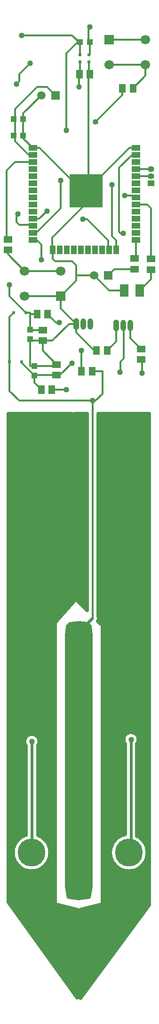
<source format=gbr>
G04 DipTrace 3.0.0.1*
G04 Âåðõíèé.gbr*
%MOMM*%
G04 #@! TF.FileFunction,Copper,L1,Top*
G04 #@! TF.Part,Single*
%AMOUTLINE0*
4,1,4,
-0.5,-0.75,
-0.5,0.75,
0.5,0.75,
0.5,-0.75,
-0.5,-0.75,
0*%
%AMOUTLINE1*
4,1,8,
-0.5,-0.75,
-0.25,-1.0,
0.25,-1.0,
0.5,-0.75,
0.5,0.75,
0.25,1.0,
-0.25,1.0,
-0.5,0.75,
-0.5,-0.75,
0*%
G04 #@! TA.AperFunction,Conductor*
%ADD13C,0.3*%
%ADD14C,0.5*%
G04 #@! TA.AperFunction,CopperBalancing*
%ADD15C,0.635*%
%ADD17R,1.1X1.0*%
%ADD18R,1.5X1.3*%
%ADD19R,1.3X1.5*%
%ADD20R,1.0X1.1*%
%ADD21R,1.5X2.2*%
%ADD23R,0.6X0.6*%
%ADD25R,1.5X1.0*%
%ADD26R,6.0X6.0*%
G04 #@! TA.AperFunction,ComponentPad*
%ADD27O,1.0X2.0*%
%ADD28R,1.524X1.524*%
%ADD29C,1.524*%
%ADD30R,1.15X1.05*%
%ADD31O,1.15X1.05*%
%ADD32R,1.5X1.5*%
%ADD33C,1.5*%
%ADD36R,1.7X1.7*%
%ADD37C,1.7*%
%ADD39C,5.0*%
G04 #@! TA.AperFunction,ViaPad*
%ADD40C,1.0*%
%ADD41C,1.016*%
%ADD93OUTLINE0*%
G04 #@! TA.AperFunction,ComponentPad*
%ADD94OUTLINE1*%
%FSLAX35Y35*%
G04*
G71*
G90*
G75*
G01*
G04 Top*
%LPD*%
X2029000Y17500000D2*
D13*
X1879000Y17650000D1*
X1700000D1*
X1300000Y17250000D1*
Y17075000D1*
Y16736343D1*
Y16675000D1*
X1546000Y16429000D1*
X1625000D1*
X3650000Y18500000D2*
X3000000D1*
X1300000Y17075000D2*
X1280000D1*
X1300000Y16736343D2*
X1261343Y16775000D1*
X1280000D1*
X1625000Y16556000D2*
X1744000D1*
X2514000Y15786000D1*
X2580000D1*
X3475000Y16556000D2*
X3356000D1*
X2586000Y15786000D1*
X2580000D1*
X1980000Y14731000D2*
X1975000D1*
Y14950000D1*
X2580000Y15555000D1*
Y15786000D1*
X2635000Y18225000D2*
X2645000Y18235000D1*
Y18450000D1*
X2650000Y17875000D2*
X2635000Y17890000D1*
Y18095000D1*
X2650000Y17875000D2*
X2625000Y17850000D1*
Y15786000D1*
X2580000D1*
X1625000Y16556000D2*
X1450000Y16731000D1*
Y16775000D1*
Y17075000D1*
Y17175000D1*
X1775000Y17500000D1*
X1475000Y13900000D2*
X2125000D1*
X2400000Y14175000D1*
Y14275000D1*
Y14450000D1*
X2325000Y14525000D1*
X2025000D1*
X1980000Y14570000D1*
Y14731000D1*
X2721000Y14275000D2*
X2400000D1*
X3270000Y14000000D2*
X3000000D1*
X2700000Y14300000D1*
Y14275000D1*
X2721000D1*
X2400000Y13400000D2*
X2125000Y13675000D1*
Y13900000D1*
X2770000Y12925000D2*
X2725000D1*
X2400000Y13250000D1*
Y13400000D1*
X1575000Y13125000D2*
X1600000Y13100000D1*
X1800000D1*
X1575000Y13125000D2*
Y12650000D1*
X1650000D1*
X2050000Y12675000D2*
X1800000Y12925000D1*
Y13100000D1*
X2050000Y12675000D2*
X2025000Y12650000D1*
X1650000D1*
X1800000Y13100000D2*
X1975000D1*
X2275000Y13400000D1*
X2400000D1*
X2645000Y18450000D2*
X2625000Y18470000D1*
Y18675000D1*
X2650000Y18700000D1*
Y18725000D1*
X1475000Y14350000D2*
X1175000Y14650000D1*
Y14725000D1*
X1475000Y14350000D2*
X2125000D1*
X1175000Y14915000D2*
X1150000Y14940000D1*
Y16150000D1*
X1302000Y16302000D1*
X1625000D1*
X3450000Y14575000D2*
X3475000Y14600000D1*
Y14900000D1*
X3470000Y14905000D1*
X3475000D1*
X2975000Y14275000D2*
X3085000Y14385000D1*
X3450000D1*
X2960000Y12925000D2*
X3125000Y13090000D1*
Y13375000D1*
X2996000Y14731000D2*
X2975000Y14752000D1*
Y14900000D1*
X2600000Y15275000D1*
X2525000D1*
X2475000Y18225000D2*
Y18450000D1*
X1425000Y18575000D2*
X2325000D1*
X2450000Y18450000D1*
X2475000D1*
X2425000D1*
X2225000Y18250000D1*
Y16875000D1*
X3570000Y12955000D2*
X3379000Y13146000D1*
Y13375000D1*
X1890000Y13575000D2*
X2040000Y13425000D1*
X2100000D1*
X1625000Y15286000D2*
X1736000D1*
X1875000Y15425000D1*
X3475000Y15667000D2*
X3442000Y15700000D1*
X3275000D1*
X1575000Y18075000D2*
X1375000Y17875000D1*
Y17750000D1*
X1325000Y17700000D1*
X3750000Y14565000D2*
Y15475000D1*
X3685000Y15540000D1*
X3475000D1*
X3550000Y14000000D2*
X3750000Y14200000D1*
Y14375000D1*
X2460000Y17875000D2*
X2475000Y17890000D1*
Y18095000D1*
X2460000Y17875000D2*
X2450000Y17865000D1*
Y17650000D1*
X3123000Y14731000D2*
Y14902000D1*
X3050000Y14975000D1*
Y15900000D1*
X3475000Y16175000D2*
X3750000D1*
X3475000Y16048000D2*
X3477000Y16050000D1*
X3750000D1*
X1495000Y13600000D2*
X1575000D1*
Y13295000D1*
Y13575000D1*
X1700000D1*
X1575000Y13295000D2*
X1580000Y13290000D1*
X1800000D1*
X1625000Y15159000D2*
X1609000Y15175000D1*
X1375000D1*
X1325000Y15225000D1*
Y15325000D1*
X1350000Y15350000D1*
Y15375000D1*
X1495000Y13600000D2*
X1200000Y13895000D1*
Y14100000D1*
X1650000Y12480000D2*
X1425000Y12705000D1*
Y12725000D1*
X1650000Y12480000D2*
X1655000Y12485000D1*
X2050000D1*
X1775000Y12225000D2*
X1650000Y12350000D1*
Y12480000D1*
X1625000Y14905000D2*
X1695000D1*
X1775000Y14825000D1*
Y14550000D1*
X2325000Y12700000D2*
X2110000Y12485000D1*
X2050000D1*
X3475000Y16429000D2*
X3471000Y16425000D1*
X3400000D1*
X3175000Y16200000D1*
Y15050000D1*
X3200000Y15025000D1*
X3250000D1*
X2500000Y12550000D2*
Y12925000D1*
X1275000Y13600000D2*
X1200000Y13525000D1*
Y12725000D1*
X1205000D1*
X1200000Y12720000D1*
Y12200000D1*
X1375000Y12025000D1*
X2700000D1*
X2750000D1*
X2875000Y12150000D1*
Y12550000D1*
X2690000D1*
X2700000Y12025000D2*
Y8125000D1*
D14*
X2580000Y8005000D1*
Y7985000D1*
X1625000Y15032000D2*
D13*
X1682000D1*
X2125000Y15475000D1*
Y15975000D1*
X2750000Y17025000D2*
X3235000Y17510000D1*
Y17625000D1*
X3650000Y18050000D2*
X3000000D1*
X3425000Y17625000D2*
X3650000Y17850000D1*
Y18050000D1*
X1965000Y12225000D2*
X2225000D1*
X3570000Y12765000D2*
X3585000Y12750000D1*
Y12515000D1*
X3355000Y4085000D2*
D14*
X3390000Y4120000D1*
Y5950000D1*
X3252000Y13375000D2*
D13*
X3255000Y13372000D1*
Y12780000D1*
X3200000Y12725000D1*
Y12540000D1*
X3195000D1*
X1620000Y4035000D2*
D14*
X1605000Y4050000D1*
Y5915000D1*
D40*
X2450000Y17650000D3*
D41*
X3050000Y15900000D3*
X1425000Y18575000D3*
X2125000Y15975000D3*
X2750000Y17025000D3*
X1350000Y15375000D3*
X1775000Y14550000D3*
X2225000Y16875000D3*
X1875000Y15425000D3*
X2225000Y12225000D3*
X2525000Y15275000D3*
X2100000Y13425000D3*
X2700000Y12025000D3*
X3250000Y15025000D3*
X2500000Y12925000D3*
X2650000Y18725000D3*
X3275000Y15700000D3*
X1575000Y18075000D3*
X1325000Y17700000D3*
X2325000Y12700000D3*
X1200000Y14100000D3*
X3585000Y12515000D3*
X3195000Y12540000D3*
X1605000Y5915000D3*
X3390000Y5950000D3*
X2580000Y7985000D3*
X2850000Y8275000D3*
Y8575000D3*
Y8425000D3*
Y8125000D3*
Y8875000D3*
Y8725000D3*
Y9175000D3*
Y9475000D3*
Y9325000D3*
Y9025000D3*
Y9775000D3*
Y9625000D3*
Y10075000D3*
Y10375000D3*
Y10225000D3*
Y9925000D3*
Y10675000D3*
Y10525000D3*
Y10975000D3*
Y11275000D3*
Y11125000D3*
Y10825000D3*
Y11575000D3*
Y11425000D3*
Y11725000D3*
X2550000Y8575000D3*
Y8875000D3*
Y8725000D3*
Y8425000D3*
Y9175000D3*
Y9025000D3*
Y9475000D3*
Y9775000D3*
Y9625000D3*
Y9325000D3*
Y10075000D3*
Y9925000D3*
Y10375000D3*
Y10675000D3*
Y10525000D3*
Y10225000D3*
Y10975000D3*
Y10825000D3*
Y11275000D3*
Y11575000D3*
Y11425000D3*
Y11125000D3*
Y11725000D3*
X2260567Y7980083D2*
D15*
X2639430D1*
X2251543Y7916917D2*
X2648453D1*
X2242520Y7853750D2*
X2657477D1*
X2238147Y7790583D2*
X2661943D1*
X2238147Y7727417D2*
X2661943D1*
X2238147Y7664250D2*
X2661943D1*
X2238147Y7601083D2*
X2661943D1*
X2238147Y7537917D2*
X2661943D1*
X2238147Y7474750D2*
X2661943D1*
X2238147Y7411583D2*
X2661943D1*
X2238147Y7348417D2*
X2661943D1*
X2238147Y7285250D2*
X2661943D1*
X2238147Y7222083D2*
X2661943D1*
X2238147Y7158917D2*
X2661943D1*
X2238147Y7095750D2*
X2661943D1*
X2238147Y7032583D2*
X2661943D1*
X2238147Y6969417D2*
X2661943D1*
X2238147Y6906250D2*
X2661943D1*
X2238147Y6843083D2*
X2661943D1*
X2238147Y6779917D2*
X2661943D1*
X2238147Y6716750D2*
X2661943D1*
X2238147Y6653583D2*
X2661943D1*
X2238147Y6590417D2*
X2661943D1*
X2238147Y6527250D2*
X2661943D1*
X2238147Y6464083D2*
X2661943D1*
X2238147Y6400917D2*
X2661943D1*
X2238147Y6337750D2*
X2661943D1*
X2238147Y6274583D2*
X2661943D1*
X2238147Y6211417D2*
X2661943D1*
X2238147Y6148250D2*
X2661943D1*
X2238147Y6085083D2*
X2661943D1*
X2238147Y6021917D2*
X2661943D1*
X2238147Y5958750D2*
X2661943D1*
X2238147Y5895583D2*
X2661943D1*
X2238147Y5832417D2*
X2661943D1*
X2238147Y5769250D2*
X2661943D1*
X2238147Y5706083D2*
X2661943D1*
X2238147Y5642917D2*
X2661943D1*
X2238147Y5579750D2*
X2661943D1*
X2238147Y5516583D2*
X2661943D1*
X2238147Y5453417D2*
X2661943D1*
X2238147Y5390250D2*
X2661943D1*
X2238147Y5327083D2*
X2661943D1*
X2238147Y5263917D2*
X2661943D1*
X2238147Y5200750D2*
X2661943D1*
X2238147Y5137583D2*
X2661943D1*
X2238147Y5074417D2*
X2661943D1*
X2238147Y5011250D2*
X2661943D1*
X2238147Y4948083D2*
X2661943D1*
X2238147Y4884917D2*
X2661943D1*
X2238147Y4821750D2*
X2661943D1*
X2238147Y4758583D2*
X2661943D1*
X2238147Y4695417D2*
X2661943D1*
X2238147Y4632250D2*
X2661943D1*
X2238147Y4569083D2*
X2661943D1*
X2238147Y4505917D2*
X2661943D1*
X2238147Y4442750D2*
X2661943D1*
X2238147Y4379583D2*
X2661943D1*
X2238147Y4316417D2*
X2661943D1*
X2238147Y4253250D2*
X2661943D1*
X2238147Y4190083D2*
X2661943D1*
X2238147Y4126917D2*
X2661943D1*
X2238147Y4063750D2*
X2661943D1*
X2238147Y4000583D2*
X2661943D1*
X2238147Y3937417D2*
X2661943D1*
X2238147Y3874250D2*
X2661943D1*
X2238147Y3811083D2*
X2661943D1*
X2238147Y3747917D2*
X2661943D1*
X2238147Y3684750D2*
X2661943D1*
X2238147Y3621583D2*
X2661943D1*
X2238147Y3558417D2*
X2661943D1*
X2238147Y3495250D2*
X2661943D1*
X2238147Y3432083D2*
X2661943D1*
X2238147Y3368917D2*
X2661943D1*
X2241153Y3305750D2*
X2658843D1*
X2250177Y3242583D2*
X2649820D1*
X2259200Y3179417D2*
X2640797D1*
X2382337Y3116250D2*
X2517660D1*
X2254923Y7984953D2*
X2231750Y7822747D1*
Y3327267D1*
X2255697Y3159637D1*
X2270803Y3129390D1*
X2449957Y3107003D1*
X2629207Y3129397D1*
X2644293Y3159587D1*
X2668250Y3327253D1*
Y7822733D1*
X2645063Y7985060D1*
X2610077Y8020023D1*
X2450033Y8042923D1*
X2289940Y8020063D1*
X2254930Y7985030D1*
X1188147Y11730083D2*
X2313310D1*
X1188147Y11666917D2*
X2314220D1*
X1188147Y11603750D2*
X2315133D1*
X1188147Y11540583D2*
X2316043D1*
X1188147Y11477417D2*
X2317047D1*
X1188147Y11414250D2*
X2317960D1*
X1188147Y11351083D2*
X2318870D1*
X1188147Y11287917D2*
X2319780D1*
X1188147Y11224750D2*
X2320693D1*
X1188147Y11161583D2*
X2321697D1*
X1188147Y11098417D2*
X2322607D1*
X1188147Y11035250D2*
X2323520D1*
X1188147Y10972083D2*
X2324430D1*
X1188147Y10908917D2*
X2325340D1*
X1188147Y10845750D2*
X2326253D1*
X1188147Y10782583D2*
X2327257D1*
X1188147Y10719417D2*
X2328167D1*
X1188147Y10656250D2*
X2329080D1*
X1188147Y10593083D2*
X2329990D1*
X1188147Y10529917D2*
X2330900D1*
X1188147Y10466750D2*
X2331903D1*
X1188147Y10403583D2*
X2332817D1*
X1188147Y10340417D2*
X2333727D1*
X1188147Y10277250D2*
X2334637D1*
X1188147Y10214083D2*
X2335550D1*
X1188147Y10150917D2*
X2336553D1*
X1188147Y10087750D2*
X2337463D1*
X1188147Y10024583D2*
X2338377D1*
X1188147Y9961417D2*
X2339287D1*
X1188147Y9898250D2*
X2340197D1*
X1188147Y9835083D2*
X2341200D1*
X1188147Y9771917D2*
X2342113D1*
X1188147Y9708750D2*
X2343023D1*
X1188147Y9645583D2*
X2343937D1*
X1188147Y9582417D2*
X2344847D1*
X1188147Y9519250D2*
X2345850D1*
X1188147Y9456083D2*
X2346760D1*
X1188147Y9392917D2*
X2347673D1*
X1188147Y9329750D2*
X2348583D1*
X1188147Y9266583D2*
X2349497D1*
X1188147Y9203417D2*
X2350407D1*
X1188147Y9140250D2*
X2351410D1*
X1188147Y9077083D2*
X2352320D1*
X1188147Y9013917D2*
X2353233D1*
X1188147Y8950750D2*
X2354143D1*
X1188147Y8887583D2*
X2355053D1*
X1188147Y8824417D2*
X2356057D1*
X1188147Y8761250D2*
X2356970D1*
X1188147Y8698083D2*
X2357880D1*
X1188147Y8634917D2*
X2358793D1*
X1188147Y8571750D2*
X2359703D1*
X1188147Y8508583D2*
X2360707D1*
X1188147Y8445417D2*
X2361617D1*
X1188147Y8382250D2*
X2314040D1*
X1188147Y8319083D2*
X2258803D1*
X1188147Y8255917D2*
X2203480D1*
X1188147Y8192750D2*
X2148247D1*
X1188147Y8129583D2*
X2093010D1*
X1188147Y8066417D2*
X2037687D1*
X1188147Y8003250D2*
X2011890D1*
X1188147Y7940083D2*
X2011890D1*
X1188147Y7876917D2*
X2011890D1*
X1188147Y7813750D2*
X2011890D1*
X1188147Y7750583D2*
X2011890D1*
X1188147Y7687417D2*
X2011890D1*
X1188147Y7624250D2*
X2011890D1*
X1188147Y7561083D2*
X2011890D1*
X1188147Y7497917D2*
X2011890D1*
X1188147Y7434750D2*
X2011890D1*
X1188147Y7371583D2*
X2011890D1*
X1188147Y7308417D2*
X2011890D1*
X1188147Y7245250D2*
X2011890D1*
X1188147Y7182083D2*
X2011890D1*
X1188147Y7118917D2*
X2011890D1*
X1188147Y7055750D2*
X2011890D1*
X1188147Y6992583D2*
X2011890D1*
X1188147Y6929417D2*
X2011890D1*
X1188147Y6866250D2*
X2011890D1*
X1188147Y6803083D2*
X2011890D1*
X1188147Y6739917D2*
X2011890D1*
X1188147Y6676750D2*
X2011890D1*
X1188147Y6613583D2*
X2011890D1*
X1188147Y6550417D2*
X2011890D1*
X1188147Y6487250D2*
X2011890D1*
X1188147Y6424083D2*
X2011890D1*
X1188147Y6360917D2*
X2011890D1*
X1188147Y6297750D2*
X2011890D1*
X1188147Y6234583D2*
X2011890D1*
X1188147Y6171417D2*
X2011890D1*
X1188147Y6108250D2*
X2011890D1*
X1188147Y6045083D2*
X1562177D1*
X1647793D2*
X2011890D1*
X1188147Y5981917D2*
X1481330D1*
X1728730D2*
X2011890D1*
X1188147Y5918750D2*
X1463650D1*
X1746413D2*
X2011890D1*
X1188147Y5855583D2*
X1477320D1*
X1732650D2*
X2011890D1*
X1188147Y5792417D2*
X1489353D1*
X1720620D2*
X2011890D1*
X1188147Y5729250D2*
X1489353D1*
X1720620D2*
X2011890D1*
X1188147Y5666083D2*
X1489353D1*
X1720620D2*
X2011890D1*
X1188147Y5602917D2*
X1489353D1*
X1720620D2*
X2011890D1*
X1188147Y5539750D2*
X1489353D1*
X1720620D2*
X2011890D1*
X1188147Y5476583D2*
X1489353D1*
X1720620D2*
X2011890D1*
X1188147Y5413417D2*
X1489353D1*
X1720620D2*
X2011890D1*
X1188147Y5350250D2*
X1489353D1*
X1720620D2*
X2011890D1*
X1188147Y5287083D2*
X1489353D1*
X1720620D2*
X2011890D1*
X1188147Y5223917D2*
X1489353D1*
X1720620D2*
X2011890D1*
X1188147Y5160750D2*
X1489353D1*
X1720620D2*
X2011890D1*
X1188147Y5097583D2*
X1489353D1*
X1720620D2*
X2011890D1*
X1188147Y5034417D2*
X1489353D1*
X1720620D2*
X2011890D1*
X1188147Y4971250D2*
X1489353D1*
X1720620D2*
X2011890D1*
X1188147Y4908083D2*
X1489353D1*
X1720620D2*
X2011890D1*
X1188147Y4844917D2*
X1489353D1*
X1720620D2*
X2011890D1*
X1188147Y4781750D2*
X1489353D1*
X1720620D2*
X2011890D1*
X1188147Y4718583D2*
X1489353D1*
X1720620D2*
X2011890D1*
X1188147Y4655417D2*
X1489353D1*
X1720620D2*
X2011890D1*
X1188147Y4592250D2*
X1489353D1*
X1720620D2*
X2011890D1*
X1188147Y4529083D2*
X1489353D1*
X1720620D2*
X2011890D1*
X1188147Y4465917D2*
X1489353D1*
X1720620D2*
X2011890D1*
X1188147Y4402750D2*
X1489353D1*
X1720620D2*
X2011890D1*
X1188147Y4339583D2*
X1489353D1*
X1720620D2*
X2011890D1*
X1188147Y4276417D2*
X1489353D1*
X1720620D2*
X2011890D1*
X1188147Y4213250D2*
X1424363D1*
X1775670D2*
X2011890D1*
X1188147Y4150083D2*
X1346527D1*
X1853510D2*
X2011890D1*
X1188147Y4086917D2*
X1301227D1*
X1898810D2*
X2011890D1*
X1188147Y4023750D2*
X1274247D1*
X1925697D2*
X2011890D1*
X1188147Y3960583D2*
X1261213D1*
X1938730D2*
X2011890D1*
X1188147Y3897417D2*
X1260483D1*
X1939460D2*
X2011890D1*
X1188147Y3834250D2*
X1271877D1*
X1928067D2*
X2011890D1*
X1188147Y3771083D2*
X1296943D1*
X1903093D2*
X2011890D1*
X1188147Y3707917D2*
X1339417D1*
X1860530D2*
X2011890D1*
X1188147Y3644750D2*
X1411423D1*
X1788613D2*
X2011890D1*
X1188147Y3581583D2*
X2011890D1*
X1188147Y3518417D2*
X2011890D1*
X1188147Y3455250D2*
X2011890D1*
X1188147Y3392083D2*
X2011890D1*
X1188147Y3328917D2*
X2011890D1*
X1188147Y3265750D2*
X2011890D1*
X1188147Y3202583D2*
X2011890D1*
X1188147Y3139417D2*
X2011890D1*
X1188147Y3076250D2*
X2011890D1*
X1204097Y3013083D2*
X2014260D1*
X1249760Y2949917D2*
X2213050D1*
X1295333Y2886750D2*
X2411930D1*
X1340997Y2823583D2*
X2411930D1*
X1386570Y2760417D2*
X2411930D1*
X1432233Y2697250D2*
X2411930D1*
X1477807Y2634083D2*
X2411930D1*
X1523470Y2570917D2*
X2411930D1*
X1569043Y2507750D2*
X2411930D1*
X1614707Y2444583D2*
X2411930D1*
X1660280Y2381417D2*
X2411930D1*
X1705947Y2318250D2*
X2411930D1*
X1751610Y2255083D2*
X2411930D1*
X1797183Y2191917D2*
X2411930D1*
X1842847Y2128750D2*
X2411930D1*
X1888420Y2065583D2*
X2411930D1*
X1934083Y2002417D2*
X2411930D1*
X1979657Y1939250D2*
X2411930D1*
X2025320Y1876083D2*
X2411930D1*
X2070893Y1812917D2*
X2411930D1*
X2116557Y1749750D2*
X2411930D1*
X2162130Y1686583D2*
X2411930D1*
X2207793Y1623417D2*
X2411930D1*
X2253367Y1560250D2*
X2411930D1*
X2299030Y1497083D2*
X2411930D1*
X2344603Y1433917D2*
X2411930D1*
X2390267Y1370750D2*
X2411863D1*
X1739673Y5904400D2*
X1736357Y5883463D1*
X1729807Y5863303D1*
X1720183Y5844417D1*
X1714263Y5835563D1*
X1714290Y4239100D1*
X1746243Y4225603D1*
X1766853Y4214673D1*
X1786647Y4202330D1*
X1805537Y4188637D1*
X1823423Y4173660D1*
X1840220Y4157473D1*
X1855850Y4140153D1*
X1870230Y4121787D1*
X1883297Y4102460D1*
X1894983Y4082270D1*
X1905233Y4061313D1*
X1914000Y4039693D1*
X1921233Y4017517D1*
X1926903Y3994887D1*
X1930980Y3971917D1*
X1933447Y3948720D1*
X1934290Y3925000D1*
X1933477Y3901687D1*
X1931037Y3878483D1*
X1926987Y3855510D1*
X1921347Y3832873D1*
X1914137Y3810687D1*
X1905400Y3789057D1*
X1895177Y3768087D1*
X1883513Y3747883D1*
X1870470Y3728543D1*
X1856110Y3710157D1*
X1840503Y3692820D1*
X1823723Y3676610D1*
X1805857Y3661613D1*
X1786983Y3647897D1*
X1767203Y3635530D1*
X1746607Y3624573D1*
X1725300Y3615080D1*
X1703380Y3607097D1*
X1680957Y3600660D1*
X1658137Y3595803D1*
X1635037Y3592550D1*
X1611767Y3590917D1*
X1588437Y3590910D1*
X1565163Y3592530D1*
X1542063Y3595770D1*
X1519243Y3600610D1*
X1496813Y3607033D1*
X1474890Y3615003D1*
X1453573Y3624483D1*
X1432973Y3635430D1*
X1413183Y3647783D1*
X1394303Y3661487D1*
X1376427Y3676473D1*
X1359640Y3692673D1*
X1344020Y3710000D1*
X1329650Y3728377D1*
X1316593Y3747713D1*
X1304920Y3767910D1*
X1294683Y3788870D1*
X1285933Y3810497D1*
X1278710Y3832680D1*
X1273053Y3855313D1*
X1268990Y3878283D1*
X1266537Y3901483D1*
X1265710Y3924797D1*
X1266510Y3948113D1*
X1268933Y3971313D1*
X1272970Y3994290D1*
X1278600Y4016930D1*
X1285793Y4039123D1*
X1294517Y4060757D1*
X1304730Y4081733D1*
X1316380Y4101943D1*
X1329410Y4121293D1*
X1343760Y4139687D1*
X1359357Y4157037D1*
X1376127Y4173253D1*
X1393983Y4188263D1*
X1412847Y4201990D1*
X1432620Y4214367D1*
X1453210Y4225337D1*
X1474513Y4234843D1*
X1495657Y4242560D1*
X1495710Y5835597D1*
X1484633Y5853670D1*
X1476523Y5873253D1*
X1471573Y5893867D1*
X1469910Y5915000D1*
X1471573Y5936133D1*
X1476523Y5956747D1*
X1484633Y5976330D1*
X1495710Y5994403D1*
X1509477Y6010523D1*
X1525597Y6024290D1*
X1543670Y6035367D1*
X1563253Y6043477D1*
X1583867Y6048427D1*
X1605000Y6050090D1*
X1626133Y6048427D1*
X1646747Y6043477D1*
X1666330Y6035367D1*
X1684403Y6024290D1*
X1700523Y6010523D1*
X1714290Y5994403D1*
X1725367Y5976330D1*
X1733477Y5956747D1*
X1738427Y5936133D1*
X1740090Y5915000D1*
X1739673Y5904400D1*
X2026167Y8045977D2*
X2368110Y8436770D1*
X2318713Y11793193D1*
X1181783Y11793250D1*
X1181750Y3035350D1*
X2418237Y1323207D1*
X2418250Y2900170D1*
X2037850Y2995667D1*
X2031337Y2999313D1*
X2025857Y3004380D1*
X2021710Y3010587D1*
X2019127Y3017587D1*
X2018250Y3025000D1*
X2018640Y8029967D1*
X2020667Y8037150D1*
X2024313Y8043663D1*
X2025863Y8045627D1*
X2389513Y11730083D2*
X2594377D1*
X2805683D2*
X3711917D1*
X2390423Y11666917D2*
X2594377D1*
X2805683D2*
X3711917D1*
X2391337Y11603750D2*
X2594377D1*
X2805683D2*
X3711917D1*
X2392247Y11540583D2*
X2594377D1*
X2805683D2*
X3711917D1*
X2393250Y11477417D2*
X2594377D1*
X2805683D2*
X3711917D1*
X2394160Y11414250D2*
X2594377D1*
X2805683D2*
X3711917D1*
X2395073Y11351083D2*
X2594377D1*
X2805683D2*
X3711917D1*
X2395983Y11287917D2*
X2594377D1*
X2805683D2*
X3711917D1*
X2396897Y11224750D2*
X2594377D1*
X2805683D2*
X3711917D1*
X2397897Y11161583D2*
X2594377D1*
X2805683D2*
X3711917D1*
X2398810Y11098417D2*
X2594377D1*
X2805683D2*
X3711917D1*
X2399720Y11035250D2*
X2594377D1*
X2805683D2*
X3711917D1*
X2400633Y10972083D2*
X2594377D1*
X2805683D2*
X3711917D1*
X2401543Y10908917D2*
X2594377D1*
X2805683D2*
X3711917D1*
X2402547Y10845750D2*
X2594377D1*
X2805683D2*
X3711917D1*
X2403457Y10782583D2*
X2594377D1*
X2805683D2*
X3711917D1*
X2404370Y10719417D2*
X2594377D1*
X2805683D2*
X3711917D1*
X2405280Y10656250D2*
X2594377D1*
X2805683D2*
X3711917D1*
X2406193Y10593083D2*
X2594377D1*
X2805683D2*
X3711917D1*
X2407103Y10529917D2*
X2594377D1*
X2805683D2*
X3711917D1*
X2408107Y10466750D2*
X2594377D1*
X2805683D2*
X3711917D1*
X2409017Y10403583D2*
X2594377D1*
X2805683D2*
X3711917D1*
X2409930Y10340417D2*
X2594377D1*
X2805683D2*
X3711917D1*
X2410840Y10277250D2*
X2594377D1*
X2805683D2*
X3711917D1*
X2411753Y10214083D2*
X2594377D1*
X2805683D2*
X3711917D1*
X2412753Y10150917D2*
X2594377D1*
X2805683D2*
X3711917D1*
X2413667Y10087750D2*
X2594377D1*
X2805683D2*
X3711917D1*
X2414577Y10024583D2*
X2594377D1*
X2805683D2*
X3711917D1*
X2415490Y9961417D2*
X2594377D1*
X2805683D2*
X3711917D1*
X2416400Y9898250D2*
X2594377D1*
X2805683D2*
X3711917D1*
X2417403Y9835083D2*
X2594377D1*
X2805683D2*
X3711917D1*
X2418313Y9771917D2*
X2594377D1*
X2805683D2*
X3711917D1*
X2419227Y9708750D2*
X2594377D1*
X2805683D2*
X3711917D1*
X2420137Y9645583D2*
X2594377D1*
X2805683D2*
X3711917D1*
X2421050Y9582417D2*
X2594377D1*
X2805683D2*
X3711917D1*
X2422053Y9519250D2*
X2594377D1*
X2805683D2*
X3711917D1*
X2422963Y9456083D2*
X2594377D1*
X2805683D2*
X3711917D1*
X2423873Y9392917D2*
X2594377D1*
X2805683D2*
X3711917D1*
X2424787Y9329750D2*
X2594377D1*
X2805683D2*
X3711917D1*
X2425697Y9266583D2*
X2594377D1*
X2805683D2*
X3711917D1*
X2426700Y9203417D2*
X2594377D1*
X2805683D2*
X3711917D1*
X2427613Y9140250D2*
X2594377D1*
X2805683D2*
X3711917D1*
X2428523Y9077083D2*
X2594377D1*
X2805683D2*
X3711917D1*
X2429433Y9013917D2*
X2594377D1*
X2805683D2*
X3711917D1*
X2430347Y8950750D2*
X2594377D1*
X2805683D2*
X3711917D1*
X2431257Y8887583D2*
X2594377D1*
X2805683D2*
X3711917D1*
X2432260Y8824417D2*
X2594377D1*
X2805683D2*
X3711917D1*
X2433170Y8761250D2*
X2594377D1*
X2805683D2*
X3711917D1*
X2434083Y8698083D2*
X2594377D1*
X2805683D2*
X3711917D1*
X2434993Y8634917D2*
X2594377D1*
X2805683D2*
X3711917D1*
X2435907Y8571750D2*
X2594377D1*
X2805683D2*
X3711917D1*
X2436910Y8508583D2*
X2594377D1*
X2805683D2*
X3711917D1*
X2437820Y8445417D2*
X2594377D1*
X2805683D2*
X3711917D1*
X2493967Y8382250D2*
X2594377D1*
X2805683D2*
X3711917D1*
X2557130Y8319083D2*
X2594377D1*
X2805683D2*
X3711917D1*
X2805683Y8255917D2*
X3711917D1*
X2805683Y8192750D2*
X3711917D1*
X2815530Y8129583D2*
X3711917D1*
X2809877Y8066417D2*
X3711917D1*
X2873040Y8003250D2*
X3711917D1*
X2888080Y7940083D2*
X3711917D1*
X2888080Y7876917D2*
X3711917D1*
X2888080Y7813750D2*
X3711917D1*
X2888080Y7750583D2*
X3711917D1*
X2888080Y7687417D2*
X3711917D1*
X2888080Y7624250D2*
X3711917D1*
X2888080Y7561083D2*
X3711917D1*
X2888080Y7497917D2*
X3711917D1*
X2888080Y7434750D2*
X3711917D1*
X2888080Y7371583D2*
X3711917D1*
X2888080Y7308417D2*
X3711917D1*
X2888080Y7245250D2*
X3711917D1*
X2888080Y7182083D2*
X3711917D1*
X2888080Y7118917D2*
X3711917D1*
X2888080Y7055750D2*
X3711917D1*
X2888080Y6992583D2*
X3711917D1*
X2888080Y6929417D2*
X3711917D1*
X2888080Y6866250D2*
X3711917D1*
X2888080Y6803083D2*
X3711917D1*
X2888080Y6739917D2*
X3711917D1*
X2888080Y6676750D2*
X3711917D1*
X2888080Y6613583D2*
X3711917D1*
X2888080Y6550417D2*
X3711917D1*
X2888080Y6487250D2*
X3711917D1*
X2888080Y6424083D2*
X3711917D1*
X2888080Y6360917D2*
X3711917D1*
X2888080Y6297750D2*
X3711917D1*
X2888080Y6234583D2*
X3711917D1*
X2888080Y6171417D2*
X3711917D1*
X2888080Y6108250D2*
X3711917D1*
X2888080Y6045083D2*
X3287723D1*
X3492287D2*
X3711917D1*
X2888080Y5981917D2*
X3252360D1*
X3527650D2*
X3711917D1*
X2888080Y5918750D2*
X3252270D1*
X3527743D2*
X3711917D1*
X2888080Y5855583D2*
X3274327D1*
X3505683D2*
X3711917D1*
X2888080Y5792417D2*
X3274327D1*
X3505683D2*
X3711917D1*
X2888080Y5729250D2*
X3274327D1*
X3505683D2*
X3711917D1*
X2888080Y5666083D2*
X3274327D1*
X3505683D2*
X3711917D1*
X2888080Y5602917D2*
X3274327D1*
X3505683D2*
X3711917D1*
X2888080Y5539750D2*
X3274327D1*
X3505683D2*
X3711917D1*
X2888080Y5476583D2*
X3274327D1*
X3505683D2*
X3711917D1*
X2888080Y5413417D2*
X3274327D1*
X3505683D2*
X3711917D1*
X2888080Y5350250D2*
X3274327D1*
X3505683D2*
X3711917D1*
X2888080Y5287083D2*
X3274327D1*
X3505683D2*
X3711917D1*
X2888080Y5223917D2*
X3274327D1*
X3505683D2*
X3711917D1*
X2888080Y5160750D2*
X3274327D1*
X3505683D2*
X3711917D1*
X2888080Y5097583D2*
X3274327D1*
X3505683D2*
X3711917D1*
X2888080Y5034417D2*
X3274327D1*
X3505683D2*
X3711917D1*
X2888080Y4971250D2*
X3274327D1*
X3505683D2*
X3711917D1*
X2888080Y4908083D2*
X3274327D1*
X3505683D2*
X3711917D1*
X2888080Y4844917D2*
X3274327D1*
X3505683D2*
X3711917D1*
X2888080Y4781750D2*
X3274327D1*
X3505683D2*
X3711917D1*
X2888080Y4718583D2*
X3274327D1*
X3505683D2*
X3711917D1*
X2888080Y4655417D2*
X3274327D1*
X3505683D2*
X3711917D1*
X2888080Y4592250D2*
X3274327D1*
X3505683D2*
X3711917D1*
X2888080Y4529083D2*
X3274327D1*
X3505683D2*
X3711917D1*
X2888080Y4465917D2*
X3274327D1*
X3505683D2*
X3711917D1*
X2888080Y4402750D2*
X3274327D1*
X3505683D2*
X3711917D1*
X2888080Y4339583D2*
X3274327D1*
X3505683D2*
X3711917D1*
X2888080Y4276417D2*
X3274327D1*
X3505683D2*
X3711917D1*
X2888080Y4213250D2*
X3174340D1*
X3525647D2*
X3711917D1*
X2888080Y4150083D2*
X3096500D1*
X3603483D2*
X3711917D1*
X2888080Y4086917D2*
X3051200D1*
X3648783D2*
X3711917D1*
X2888080Y4023750D2*
X3024313D1*
X3675763D2*
X3711917D1*
X2888080Y3960583D2*
X3011280D1*
X3688707D2*
X3711917D1*
X2888080Y3897417D2*
X3010460D1*
X3689527D2*
X3711917D1*
X2888080Y3834250D2*
X3021943D1*
X3678040D2*
X3711917D1*
X2888080Y3771083D2*
X3046917D1*
X3653067D2*
X3711917D1*
X2888080Y3707917D2*
X3089390D1*
X3610593D2*
X3711917D1*
X2888080Y3644750D2*
X3161397D1*
X3538587D2*
X3711917D1*
X2888080Y3581583D2*
X3711917D1*
X2888080Y3518417D2*
X3711917D1*
X2888080Y3455250D2*
X3711917D1*
X2888080Y3392083D2*
X3711917D1*
X2888080Y3328917D2*
X3711917D1*
X2888080Y3265750D2*
X3711917D1*
X2888080Y3202583D2*
X3711917D1*
X2888080Y3139417D2*
X3711917D1*
X2888080Y3076250D2*
X3711917D1*
X2885803Y3013083D2*
X3711917D1*
X2686920Y2949917D2*
X3685483D1*
X2488133Y2886750D2*
X3638543D1*
X2488133Y2823583D2*
X3591603D1*
X2488133Y2760417D2*
X3544663D1*
X2488133Y2697250D2*
X3497723D1*
X2488133Y2634083D2*
X3450877D1*
X2488133Y2570917D2*
X3403937D1*
X2488133Y2507750D2*
X3356997D1*
X2488133Y2444583D2*
X3310053D1*
X2488133Y2381417D2*
X3263113D1*
X2488133Y2318250D2*
X3216267D1*
X2488133Y2255083D2*
X3169327D1*
X2488133Y2191917D2*
X3122387D1*
X2488133Y2128750D2*
X3075447D1*
X2488133Y2065583D2*
X3028507D1*
X2488133Y2002417D2*
X2981567D1*
X2488133Y1939250D2*
X2934717D1*
X2488133Y1876083D2*
X2887777D1*
X2488133Y1812917D2*
X2840837D1*
X2488133Y1749750D2*
X2793897D1*
X2488133Y1686583D2*
X2746957D1*
X2488133Y1623417D2*
X2700107D1*
X2488133Y1560250D2*
X2653167D1*
X2488133Y1497083D2*
X2606227D1*
X2488133Y1433917D2*
X2559287D1*
X2488133Y1370750D2*
X2512357D1*
X3524673Y5939400D2*
X3521357Y5918463D1*
X3514807Y5898303D1*
X3505183Y5879417D1*
X3499263Y5870563D1*
X3499290Y4224153D1*
X3516853Y4214673D1*
X3536647Y4202330D1*
X3555537Y4188637D1*
X3573423Y4173660D1*
X3590220Y4157473D1*
X3605850Y4140153D1*
X3620230Y4121787D1*
X3633297Y4102460D1*
X3644983Y4082270D1*
X3655233Y4061313D1*
X3664000Y4039693D1*
X3671233Y4017517D1*
X3676903Y3994887D1*
X3680980Y3971917D1*
X3683447Y3948720D1*
X3684290Y3925000D1*
X3683477Y3901687D1*
X3681037Y3878483D1*
X3676987Y3855510D1*
X3671347Y3832873D1*
X3664137Y3810687D1*
X3655400Y3789057D1*
X3645177Y3768087D1*
X3633513Y3747883D1*
X3620470Y3728543D1*
X3606110Y3710157D1*
X3590503Y3692820D1*
X3573723Y3676610D1*
X3555857Y3661613D1*
X3536983Y3647897D1*
X3517203Y3635530D1*
X3496607Y3624573D1*
X3475300Y3615080D1*
X3453380Y3607097D1*
X3430957Y3600660D1*
X3408137Y3595803D1*
X3385037Y3592550D1*
X3361767Y3590917D1*
X3338437Y3590910D1*
X3315163Y3592530D1*
X3292063Y3595770D1*
X3269243Y3600610D1*
X3246813Y3607033D1*
X3224890Y3615003D1*
X3203573Y3624483D1*
X3182973Y3635430D1*
X3163183Y3647783D1*
X3144303Y3661487D1*
X3126427Y3676473D1*
X3109640Y3692673D1*
X3094020Y3710000D1*
X3079650Y3728377D1*
X3066593Y3747713D1*
X3054920Y3767910D1*
X3044683Y3788870D1*
X3035933Y3810497D1*
X3028710Y3832680D1*
X3023053Y3855313D1*
X3018990Y3878283D1*
X3016537Y3901483D1*
X3015710Y3924797D1*
X3016510Y3948113D1*
X3018933Y3971313D1*
X3022970Y3994290D1*
X3028600Y4016930D1*
X3035793Y4039123D1*
X3044517Y4060757D1*
X3054730Y4081733D1*
X3066380Y4101943D1*
X3079410Y4121293D1*
X3093760Y4139687D1*
X3109357Y4157037D1*
X3126127Y4173253D1*
X3143983Y4188263D1*
X3162847Y4201990D1*
X3182620Y4214367D1*
X3203210Y4225337D1*
X3224513Y4234843D1*
X3246430Y4242840D1*
X3280700Y4251820D1*
X3280710Y5870597D1*
X3269633Y5888670D1*
X3261523Y5908253D1*
X3256573Y5928867D1*
X3254910Y5950000D1*
X3256573Y5971133D1*
X3261523Y5991747D1*
X3269633Y6011330D1*
X3280710Y6029403D1*
X3294477Y6045523D1*
X3310597Y6059290D1*
X3328670Y6070367D1*
X3348253Y6078477D1*
X3368867Y6083427D1*
X3390000Y6085090D1*
X3411133Y6083427D1*
X3431747Y6078477D1*
X3451330Y6070367D1*
X3469403Y6059290D1*
X3485523Y6045523D1*
X3499290Y6029403D1*
X3510367Y6011330D1*
X3518477Y5991747D1*
X3523427Y5971133D1*
X3525090Y5950000D1*
X3524673Y5939400D1*
X2799290Y11793217D2*
Y8170717D1*
X2803940Y8158773D1*
X2807943Y8142097D1*
X2809290Y8125000D1*
X2807943Y8107903D1*
X2803940Y8091227D1*
X2796347Y8073540D1*
X2875687Y7993663D1*
X2879333Y7987150D1*
X2881360Y7979967D1*
X2881750Y7951667D1*
X2881360Y3020033D1*
X2879333Y3012850D1*
X2875687Y3006337D1*
X2870620Y3000857D1*
X2864413Y2996710D1*
X2859803Y2994800D1*
X2481807Y2900223D1*
X2481750Y1320923D1*
X3718263Y2985523D1*
X3718250Y11793267D1*
X2799257Y11793250D1*
X2600710Y8269100D2*
Y11793163D1*
X2382173Y11793250D1*
X2431557Y8438307D1*
X2600653Y8269247D1*
D17*
X2475000Y18450000D3*
X2645000D3*
X1450000Y17075000D3*
X1280000D3*
X1450000Y16775000D3*
X1280000D3*
D20*
X1575000Y13125000D3*
Y13295000D3*
X1650000Y12650000D3*
Y12480000D3*
D21*
X3550000Y14000000D3*
X3270000D3*
D23*
X1275000Y13600000D3*
X1495000D3*
X1425000Y12725000D3*
X1205000D3*
D25*
X1625000Y16175000D3*
Y16048000D3*
Y15921000D3*
Y15794000D3*
Y15667000D3*
Y15540000D3*
Y15413000D3*
Y15286000D3*
D93*
X3123000Y14731000D3*
D25*
X3475000Y14905000D3*
Y15032000D3*
Y15159000D3*
Y15286000D3*
Y15413000D3*
Y15540000D3*
Y15667000D3*
D93*
X2234000Y14731000D3*
D25*
X1625000Y15159000D3*
Y15032000D3*
Y14905000D3*
D93*
X1980000Y14731000D3*
X2107000D3*
D25*
X1625000Y16302000D3*
Y16429000D3*
Y16556000D3*
D93*
X2361000Y14731000D3*
X2488000D3*
X2615000D3*
X2996000D3*
X2869000D3*
X2742000D3*
D25*
X3475000Y15794000D3*
Y15921000D3*
Y16048000D3*
Y16175000D3*
Y16302000D3*
Y16429000D3*
Y16556000D3*
D26*
X2580000Y15786000D3*
D94*
X2400000Y13400000D3*
D27*
X2527000D3*
X2654000D3*
D28*
X2975000Y14275000D3*
D29*
X2721000D3*
D30*
X3750000Y15925000D3*
D31*
Y16050000D3*
Y16175000D3*
D32*
X2029000Y17500000D3*
D33*
X1775000D3*
D18*
X1175000Y14725000D3*
Y14915000D3*
X3450000Y14575000D3*
Y14385000D3*
X3570000Y12765000D3*
Y12955000D3*
D19*
X2770000Y12925000D3*
X2960000D3*
D18*
X3750000Y14375000D3*
Y14565000D3*
D19*
X2650000Y17875000D3*
X2460000D3*
X1700000Y13575000D3*
X1890000D3*
D18*
X1800000Y13100000D3*
Y13290000D3*
D19*
X1775000Y12225000D3*
X1965000D3*
D18*
X2050000Y12675000D3*
Y12485000D3*
D19*
X2500000Y12550000D3*
X2690000D3*
X3425000Y17625000D3*
X3235000D3*
D36*
X2125000Y13900000D3*
D37*
Y14350000D3*
X1475000D3*
Y13900000D3*
D36*
X3000000Y18500000D3*
D37*
Y18050000D3*
X3650000D3*
Y18500000D3*
D23*
X2475000Y18225000D3*
X2635000D3*
Y18095000D3*
X2475000D3*
D94*
X3125000Y13375000D3*
D27*
X3252000D3*
X3379000D3*
D39*
X1600000Y3925000D3*
X3350000D3*
M02*

</source>
